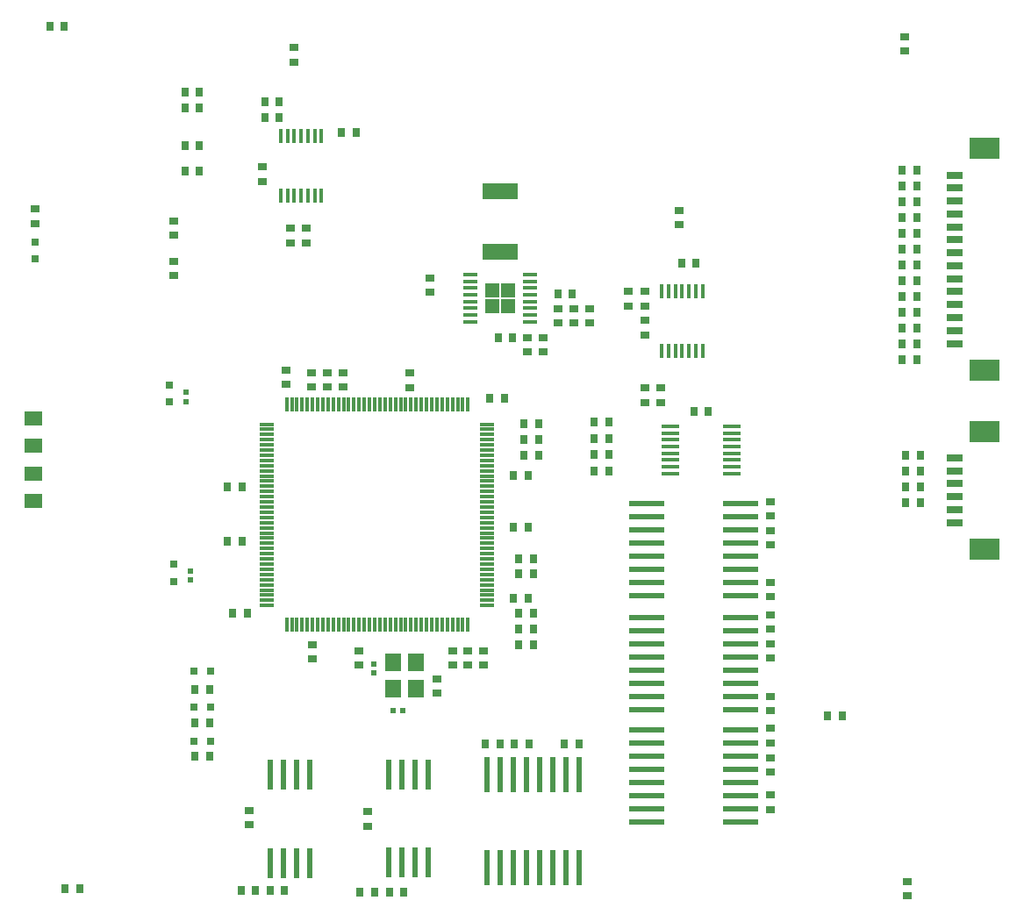
<source format=gbr>
%TF.GenerationSoftware,Altium Limited,Altium Designer,21.8.1 (53)*%
G04 Layer_Color=8421504*
%FSLAX45Y45*%
%MOMM*%
%TF.SameCoordinates,1CF0B822-2DD9-431B-A6BE-AAED35006C4B*%
%TF.FilePolarity,Positive*%
%TF.FileFunction,Paste,Top*%
%TF.Part,Single*%
G01*
G75*
%TA.AperFunction,SMDPad,CuDef*%
%ADD10R,3.42000X1.49000*%
%ADD11R,0.35000X1.40000*%
%ADD12R,0.90000X0.80000*%
%ADD13R,0.55000X0.55000*%
%ADD14R,0.80000X0.80000*%
%ADD15R,1.40000X0.35000*%
%ADD17R,0.80000X0.80000*%
%ADD18R,3.50000X0.60000*%
%ADD19R,0.60000X3.00000*%
%ADD20R,0.80000X0.90000*%
%ADD21R,0.60000X3.50000*%
%ADD22R,0.35000X1.35000*%
%ADD23R,1.35000X0.35000*%
%ADD24R,0.55000X0.55000*%
%ADD25R,1.50000X1.70000*%
%ADD26R,1.78000X0.42000*%
%TA.AperFunction,ConnectorPad*%
%ADD27R,1.60000X0.80000*%
%ADD28R,3.00000X2.10000*%
%TA.AperFunction,SMDPad,CuDef*%
%ADD29R,1.80000X1.40000*%
G36*
X4690000Y6115000D02*
X4555060D01*
Y5980060D01*
X4690000D01*
Y6115000D01*
D02*
G37*
G36*
Y6269940D02*
X4555060D01*
Y6135000D01*
X4690000D01*
Y6269940D01*
D02*
G37*
G36*
X4844940Y6115000D02*
X4710000D01*
Y5980060D01*
X4844940D01*
Y6115000D01*
D02*
G37*
G36*
Y6269940D02*
X4710000D01*
Y6135000D01*
X4844940D01*
Y6269940D01*
D02*
G37*
D10*
X4700000Y6575000D02*
D03*
Y7157800D02*
D03*
D11*
X2650000Y7687500D02*
D03*
X2715000D02*
D03*
X2780000D02*
D03*
X2845000D02*
D03*
X2910000D02*
D03*
X2845000Y7112500D02*
D03*
X2910000D02*
D03*
X2975000D02*
D03*
X2780000D02*
D03*
X2715000D02*
D03*
X2650000D02*
D03*
X2585000D02*
D03*
Y7687500D02*
D03*
X2975000D02*
D03*
X6262340Y5615800D02*
D03*
Y6190800D02*
D03*
X6327340D02*
D03*
X6392340D02*
D03*
X6457340D02*
D03*
X6522340D02*
D03*
X6587340D02*
D03*
X6522340Y5615800D02*
D03*
X6587340D02*
D03*
X6652340D02*
D03*
Y6190800D02*
D03*
X6457340Y5615800D02*
D03*
X6392340D02*
D03*
X6327340D02*
D03*
D12*
X215900Y6985000D02*
D03*
Y6845000D02*
D03*
X4090000Y2310000D02*
D03*
Y2450000D02*
D03*
X3830000Y5400000D02*
D03*
Y5260000D02*
D03*
X2280000Y1180000D02*
D03*
Y1040000D02*
D03*
X3420000Y1170000D02*
D03*
Y1030000D02*
D03*
X4240000Y2580000D02*
D03*
Y2720000D02*
D03*
X7310000Y3740000D02*
D03*
Y3880000D02*
D03*
Y4160000D02*
D03*
Y4020000D02*
D03*
X6248900Y5256120D02*
D03*
Y5116120D02*
D03*
X6096500Y5256120D02*
D03*
Y5116120D02*
D03*
X2410000Y7250000D02*
D03*
Y7390000D02*
D03*
X4022500Y6180000D02*
D03*
Y6320000D02*
D03*
X5412500Y6022500D02*
D03*
Y5882500D02*
D03*
X4965000Y5605000D02*
D03*
Y5745000D02*
D03*
X5562500Y6022500D02*
D03*
Y5882500D02*
D03*
X5115000Y5605000D02*
D03*
Y5745000D02*
D03*
X5262500Y6022500D02*
D03*
Y5882500D02*
D03*
X7310000Y3380000D02*
D03*
Y3240000D02*
D03*
Y1190000D02*
D03*
Y1330000D02*
D03*
Y1970000D02*
D03*
Y1830000D02*
D03*
Y1550000D02*
D03*
Y1690000D02*
D03*
Y2650000D02*
D03*
Y2790000D02*
D03*
Y2280000D02*
D03*
Y2140000D02*
D03*
Y3070000D02*
D03*
Y2930000D02*
D03*
X2710000Y8400000D02*
D03*
Y8540000D02*
D03*
X2679900Y6660000D02*
D03*
Y6800000D02*
D03*
X2830000Y6660000D02*
D03*
Y6800000D02*
D03*
X2634499Y5429400D02*
D03*
Y5289400D02*
D03*
X8625000Y355000D02*
D03*
Y495000D02*
D03*
X8600000Y8650000D02*
D03*
Y8510000D02*
D03*
X4540000Y2580000D02*
D03*
Y2720000D02*
D03*
X2890000Y2640000D02*
D03*
Y2780000D02*
D03*
X3340000Y2580000D02*
D03*
Y2720000D02*
D03*
X2882900Y5264000D02*
D03*
Y5404000D02*
D03*
X3033279Y5264719D02*
D03*
Y5404719D02*
D03*
X3187700Y5404000D02*
D03*
Y5264000D02*
D03*
X4390000Y2580000D02*
D03*
Y2720000D02*
D03*
X1550000Y6730000D02*
D03*
Y6870000D02*
D03*
Y6340000D02*
D03*
Y6480000D02*
D03*
X5940000Y6050000D02*
D03*
Y6190000D02*
D03*
X6100000Y6190000D02*
D03*
Y6050000D02*
D03*
X6430000Y6970000D02*
D03*
Y6830000D02*
D03*
X6100000Y5770000D02*
D03*
Y5910000D02*
D03*
D13*
X1673400Y5216700D02*
D03*
Y5126700D02*
D03*
X3480000Y2505000D02*
D03*
Y2595000D02*
D03*
X1714100Y3402400D02*
D03*
Y3492400D02*
D03*
D14*
X1508300Y5286500D02*
D03*
Y5121500D02*
D03*
X1549000Y3390900D02*
D03*
Y3555900D02*
D03*
X215900Y6667400D02*
D03*
Y6502400D02*
D03*
D15*
X4415520Y6352500D02*
D03*
Y6287500D02*
D03*
Y6222500D02*
D03*
Y6157500D02*
D03*
Y6092500D02*
D03*
Y6027500D02*
D03*
Y5962500D02*
D03*
Y5897500D02*
D03*
X4984480D02*
D03*
Y5962500D02*
D03*
Y6027500D02*
D03*
Y6092500D02*
D03*
Y6157500D02*
D03*
Y6222500D02*
D03*
Y6287500D02*
D03*
Y6352500D02*
D03*
D17*
X1742500Y2175000D02*
D03*
X1907500D02*
D03*
X1742500Y1850000D02*
D03*
X1907500D02*
D03*
X1742500Y2525000D02*
D03*
X1907500D02*
D03*
D18*
X6116720Y3760440D02*
D03*
Y3887440D02*
D03*
Y4014440D02*
D03*
Y4141440D02*
D03*
X7016720D02*
D03*
Y4014440D02*
D03*
Y3887440D02*
D03*
Y3760440D02*
D03*
Y3633440D02*
D03*
Y3252440D02*
D03*
Y3379440D02*
D03*
Y3506440D02*
D03*
X6116720Y3633440D02*
D03*
Y3506440D02*
D03*
Y3379440D02*
D03*
Y3252440D02*
D03*
Y1573500D02*
D03*
Y1700500D02*
D03*
Y1827500D02*
D03*
Y1954500D02*
D03*
X7016720D02*
D03*
Y1827500D02*
D03*
Y1700500D02*
D03*
Y1573500D02*
D03*
Y1446500D02*
D03*
Y1065500D02*
D03*
Y1192500D02*
D03*
Y1319500D02*
D03*
X6116720Y1446500D02*
D03*
Y1319500D02*
D03*
Y1192500D02*
D03*
Y1065500D02*
D03*
Y2663160D02*
D03*
Y2790160D02*
D03*
Y2917160D02*
D03*
Y3044160D02*
D03*
X7016720D02*
D03*
Y2917160D02*
D03*
Y2790160D02*
D03*
Y2663160D02*
D03*
Y2536160D02*
D03*
Y2155160D02*
D03*
Y2282160D02*
D03*
Y2409160D02*
D03*
X6116720Y2536160D02*
D03*
Y2409160D02*
D03*
Y2282160D02*
D03*
Y2155160D02*
D03*
D19*
X3629500Y675000D02*
D03*
X4010500D02*
D03*
X3756500D02*
D03*
X3883500D02*
D03*
X3629500Y1525000D02*
D03*
X3756500D02*
D03*
X3883500D02*
D03*
X4010500D02*
D03*
X2483200Y673600D02*
D03*
X2864200D02*
D03*
X2610200D02*
D03*
X2737200D02*
D03*
X2483200Y1523600D02*
D03*
X2610200D02*
D03*
X2737200D02*
D03*
X2864200D02*
D03*
D20*
X2200000Y410000D02*
D03*
X2340000D02*
D03*
X2620000D02*
D03*
X2480000D02*
D03*
X3350000Y390000D02*
D03*
X3490000D02*
D03*
X3770000D02*
D03*
X3630000D02*
D03*
X5610000Y4771633D02*
D03*
X5750000D02*
D03*
X5610000Y4928266D02*
D03*
X5750000D02*
D03*
X4980000Y1820000D02*
D03*
X4840000D02*
D03*
X4560000D02*
D03*
X4700000D02*
D03*
X5320000D02*
D03*
X5460000D02*
D03*
X7860000Y2090000D02*
D03*
X8000000D02*
D03*
X1800000Y7600000D02*
D03*
X1660000D02*
D03*
X1800000Y8110000D02*
D03*
X1660000D02*
D03*
X5020000Y3080000D02*
D03*
X4880000D02*
D03*
X5020000Y2930000D02*
D03*
X4880000D02*
D03*
X5020000Y2780000D02*
D03*
X4880000D02*
D03*
X6710000Y5030000D02*
D03*
X6570000D02*
D03*
X5610000Y4615000D02*
D03*
X5750000D02*
D03*
X5610000Y4458367D02*
D03*
X5750000D02*
D03*
X2430000Y7870000D02*
D03*
X2570000D02*
D03*
X2570000Y8020000D02*
D03*
X2430000D02*
D03*
X5257500Y6167500D02*
D03*
X5397500D02*
D03*
X4680000Y5740000D02*
D03*
X4820000D02*
D03*
X3170000Y7720000D02*
D03*
X3310000D02*
D03*
X8722000Y6143000D02*
D03*
X8582000D02*
D03*
X8722000Y6295400D02*
D03*
X8582000D02*
D03*
X8722000Y6447800D02*
D03*
X8582000D02*
D03*
X8722000Y6600200D02*
D03*
X8582000D02*
D03*
X8582000Y6752600D02*
D03*
X8722000D02*
D03*
X8582000Y6905000D02*
D03*
X8722000D02*
D03*
X8722000Y7057400D02*
D03*
X8582000D02*
D03*
X8582000Y7209800D02*
D03*
X8722000D02*
D03*
X8722000Y5533400D02*
D03*
X8582000D02*
D03*
X8722000Y5685800D02*
D03*
X8582000D02*
D03*
X8722000Y5838200D02*
D03*
X8582000D02*
D03*
X8722000Y5990600D02*
D03*
X8582000D02*
D03*
X8582000Y7362200D02*
D03*
X8722000D02*
D03*
X8752100Y4610400D02*
D03*
X8612100D02*
D03*
X8752100Y4305600D02*
D03*
X8612100D02*
D03*
X8752100Y4458000D02*
D03*
X8612100D02*
D03*
X8752100Y4153200D02*
D03*
X8612100D02*
D03*
X645000Y425000D02*
D03*
X505000D02*
D03*
X355000Y8750000D02*
D03*
X495000D02*
D03*
X2120000Y3080000D02*
D03*
X2260000D02*
D03*
X2070000Y4300000D02*
D03*
X2210000D02*
D03*
X2070000Y3780000D02*
D03*
X2210000D02*
D03*
X1660000Y7350000D02*
D03*
X1800000D02*
D03*
X1660000Y7960000D02*
D03*
X1800000D02*
D03*
X4970000Y3910000D02*
D03*
X4830000D02*
D03*
X4970000Y4410000D02*
D03*
X4830000D02*
D03*
X5070000Y4610000D02*
D03*
X4930000D02*
D03*
X5070000Y4760000D02*
D03*
X4930000D02*
D03*
X5070000Y4910000D02*
D03*
X4930000D02*
D03*
X4740000Y5160000D02*
D03*
X4600000D02*
D03*
X4970000Y3230000D02*
D03*
X4830000D02*
D03*
X5020000Y3460000D02*
D03*
X4880000D02*
D03*
X5020000Y3610000D02*
D03*
X4880000D02*
D03*
X1755000Y2350000D02*
D03*
X1895000D02*
D03*
X1755000Y2025000D02*
D03*
X1895000D02*
D03*
X1755000Y1700000D02*
D03*
X1895000D02*
D03*
X6450000Y6460000D02*
D03*
X6590000D02*
D03*
D21*
X4956880Y626720D02*
D03*
X4829880D02*
D03*
X4702880D02*
D03*
X4575880D02*
D03*
Y1526720D02*
D03*
X4702880D02*
D03*
X4829880D02*
D03*
X4956880D02*
D03*
X5083880D02*
D03*
X5464880D02*
D03*
X5337880D02*
D03*
X5210880D02*
D03*
X5083880Y626720D02*
D03*
X5210880D02*
D03*
X5337880D02*
D03*
X5464880D02*
D03*
D22*
X2640000Y2970000D02*
D03*
X2690000D02*
D03*
X2740000D02*
D03*
X2790000D02*
D03*
X2840000D02*
D03*
X2890000D02*
D03*
X2940000D02*
D03*
X2990000D02*
D03*
X3040000D02*
D03*
X3090000D02*
D03*
X3140000D02*
D03*
X3190000D02*
D03*
X3240000D02*
D03*
X3290000D02*
D03*
X3340000D02*
D03*
X3390000D02*
D03*
X3440000D02*
D03*
X3490000D02*
D03*
X3540000D02*
D03*
X3590000D02*
D03*
X3640000D02*
D03*
X3690000D02*
D03*
X3740000D02*
D03*
X3790000D02*
D03*
X3840000D02*
D03*
X3890000D02*
D03*
X3940000D02*
D03*
X3990000D02*
D03*
X4040000D02*
D03*
X4090000D02*
D03*
X4140000D02*
D03*
X4190000D02*
D03*
X4240000D02*
D03*
X4290000D02*
D03*
X4340000D02*
D03*
X4390000D02*
D03*
Y5095000D02*
D03*
X4340000D02*
D03*
X4290000D02*
D03*
X4240000D02*
D03*
X4190000D02*
D03*
X4140000D02*
D03*
X4090000D02*
D03*
X4040000D02*
D03*
X3990000D02*
D03*
X3940000D02*
D03*
X3890000D02*
D03*
X3840000D02*
D03*
X3790000D02*
D03*
X3740000D02*
D03*
X3690000D02*
D03*
X3640000D02*
D03*
X3590000D02*
D03*
X3540000D02*
D03*
X3490000D02*
D03*
X3440000D02*
D03*
X3390000D02*
D03*
X3340000D02*
D03*
X3290000D02*
D03*
X3240000D02*
D03*
X3190000D02*
D03*
X3140000D02*
D03*
X3090000D02*
D03*
X3040000D02*
D03*
X2990000D02*
D03*
X2940000D02*
D03*
X2890000D02*
D03*
X2840000D02*
D03*
X2790000D02*
D03*
X2740000D02*
D03*
X2690000D02*
D03*
X2640000D02*
D03*
D23*
X4577500Y3157500D02*
D03*
Y3207500D02*
D03*
Y3257500D02*
D03*
Y3307500D02*
D03*
Y3357500D02*
D03*
Y3407500D02*
D03*
Y3457500D02*
D03*
Y3507500D02*
D03*
Y3557500D02*
D03*
Y3607500D02*
D03*
Y3657500D02*
D03*
Y3707500D02*
D03*
Y3757500D02*
D03*
Y3807500D02*
D03*
Y3857500D02*
D03*
Y3907500D02*
D03*
Y3957500D02*
D03*
Y4007500D02*
D03*
Y4057500D02*
D03*
Y4107500D02*
D03*
Y4157500D02*
D03*
Y4207500D02*
D03*
Y4257500D02*
D03*
Y4307500D02*
D03*
Y4357500D02*
D03*
Y4407500D02*
D03*
Y4457500D02*
D03*
Y4507500D02*
D03*
Y4557500D02*
D03*
Y4607500D02*
D03*
Y4657500D02*
D03*
Y4707500D02*
D03*
Y4757500D02*
D03*
Y4807500D02*
D03*
Y4857500D02*
D03*
Y4907500D02*
D03*
X2452500D02*
D03*
Y4857500D02*
D03*
Y4807500D02*
D03*
Y4757500D02*
D03*
Y4707500D02*
D03*
Y4657500D02*
D03*
Y4607500D02*
D03*
Y4557500D02*
D03*
Y4507500D02*
D03*
Y4457500D02*
D03*
Y4407500D02*
D03*
Y4357500D02*
D03*
Y4307500D02*
D03*
Y4257500D02*
D03*
Y4207500D02*
D03*
Y4157500D02*
D03*
Y4107500D02*
D03*
Y4057500D02*
D03*
Y4007500D02*
D03*
Y3957500D02*
D03*
Y3907500D02*
D03*
Y3857500D02*
D03*
Y3807500D02*
D03*
Y3757500D02*
D03*
Y3707500D02*
D03*
Y3657500D02*
D03*
Y3607500D02*
D03*
Y3557500D02*
D03*
Y3507500D02*
D03*
Y3457500D02*
D03*
Y3407500D02*
D03*
Y3357500D02*
D03*
Y3307500D02*
D03*
Y3257500D02*
D03*
Y3207500D02*
D03*
Y3157500D02*
D03*
D24*
X3670000Y2140000D02*
D03*
X3760000D02*
D03*
D25*
X3890000Y2353000D02*
D03*
Y2607000D02*
D03*
X3670000D02*
D03*
Y2353000D02*
D03*
D26*
X6934000Y4562500D02*
D03*
X6346000D02*
D03*
X6934000Y4887500D02*
D03*
Y4822500D02*
D03*
Y4757500D02*
D03*
Y4692500D02*
D03*
Y4627500D02*
D03*
Y4497500D02*
D03*
Y4432500D02*
D03*
X6346000D02*
D03*
Y4497500D02*
D03*
Y4627500D02*
D03*
Y4692500D02*
D03*
Y4757500D02*
D03*
Y4822500D02*
D03*
Y4887500D02*
D03*
D27*
X9085000Y4207500D02*
D03*
Y4582500D02*
D03*
Y4457500D02*
D03*
Y4332500D02*
D03*
Y4082500D02*
D03*
Y3957500D02*
D03*
Y5686400D02*
D03*
Y5811400D02*
D03*
Y5936400D02*
D03*
Y6061400D02*
D03*
Y6186400D02*
D03*
Y6311400D02*
D03*
Y6436400D02*
D03*
Y6561400D02*
D03*
Y6686400D02*
D03*
Y6811400D02*
D03*
Y6936400D02*
D03*
Y7061400D02*
D03*
Y7186400D02*
D03*
Y7311400D02*
D03*
D28*
X9375000Y3702500D02*
D03*
Y4837500D02*
D03*
Y7566400D02*
D03*
Y5431400D02*
D03*
D29*
X200000Y4960000D02*
D03*
Y4700000D02*
D03*
Y4170000D02*
D03*
Y4430000D02*
D03*
%TF.MD5,c8d7acb524109d638763f5ee8786a3e4*%
M02*

</source>
